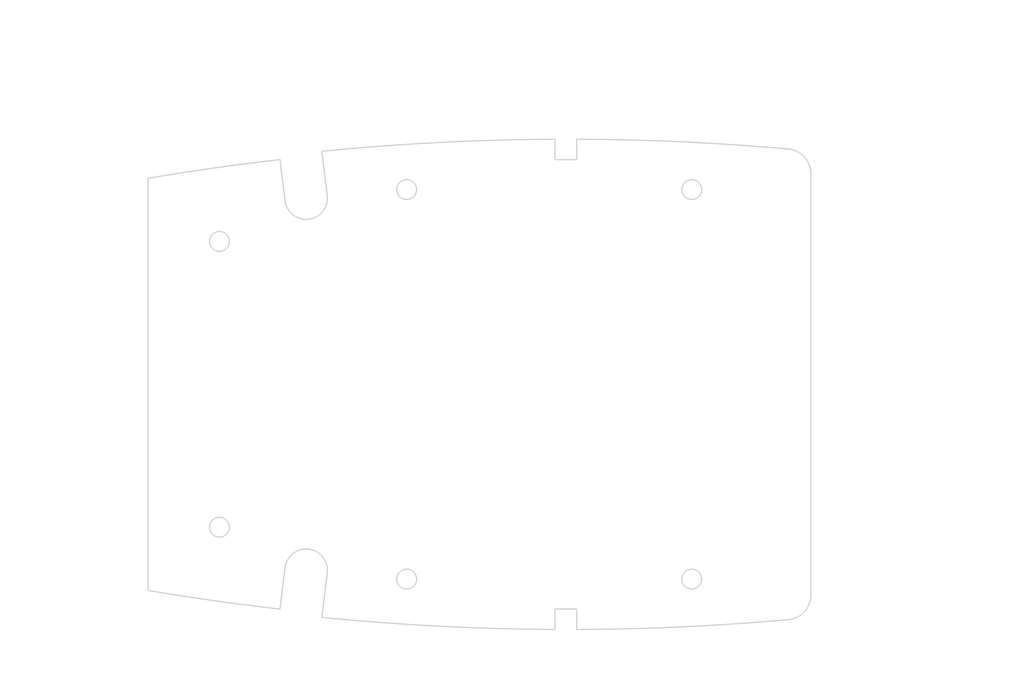
<source format=kicad_pcb>
(kicad_pcb (version 20171130) (host pcbnew "(5.1.0)-1")

  (general
    (thickness 1.6)
    (drawings 191)
    (tracks 0)
    (zones 0)
    (modules 0)
    (nets 1)
  )

  (page A4)
  (layers
    (0 F.Cu signal)
    (31 B.Cu signal)
    (32 B.Adhes user)
    (33 F.Adhes user)
    (34 B.Paste user)
    (35 F.Paste user)
    (36 B.SilkS user)
    (37 F.SilkS user)
    (38 B.Mask user)
    (39 F.Mask user)
    (40 Dwgs.User user)
    (41 Cmts.User user)
    (42 Eco1.User user)
    (43 Eco2.User user)
    (44 Edge.Cuts user)
    (45 Margin user)
    (46 B.CrtYd user)
    (47 F.CrtYd user)
    (48 B.Fab user)
    (49 F.Fab user)
  )

  (setup
    (last_trace_width 0.25)
    (trace_clearance 0.2)
    (zone_clearance 0.508)
    (zone_45_only no)
    (trace_min 0.2)
    (via_size 0.8)
    (via_drill 0.4)
    (via_min_size 0.4)
    (via_min_drill 0.3)
    (uvia_size 0.3)
    (uvia_drill 0.1)
    (uvias_allowed no)
    (uvia_min_size 0.2)
    (uvia_min_drill 0.1)
    (edge_width 0.05)
    (segment_width 0.2)
    (pcb_text_width 0.3)
    (pcb_text_size 1.5 1.5)
    (mod_edge_width 0.12)
    (mod_text_size 1 1)
    (mod_text_width 0.15)
    (pad_size 1.524 1.524)
    (pad_drill 0.762)
    (pad_to_mask_clearance 0.051)
    (solder_mask_min_width 0.25)
    (aux_axis_origin 0 0)
    (visible_elements FFFFFF7F)
    (pcbplotparams
      (layerselection 0x010fc_ffffffff)
      (usegerberextensions false)
      (usegerberattributes false)
      (usegerberadvancedattributes false)
      (creategerberjobfile false)
      (excludeedgelayer true)
      (linewidth 0.152400)
      (plotframeref false)
      (viasonmask false)
      (mode 1)
      (useauxorigin false)
      (hpglpennumber 1)
      (hpglpenspeed 20)
      (hpglpendiameter 15.000000)
      (psnegative false)
      (psa4output false)
      (plotreference true)
      (plotvalue true)
      (plotinvisibletext false)
      (padsonsilk false)
      (subtractmaskfromsilk false)
      (outputformat 1)
      (mirror false)
      (drillshape 1)
      (scaleselection 1)
      (outputdirectory ""))
  )

  (net 0 "")

  (net_class Default "This is the default net class."
    (clearance 0.2)
    (trace_width 0.25)
    (via_dia 0.8)
    (via_drill 0.4)
    (uvia_dia 0.3)
    (uvia_drill 0.1)
  )

  (gr_circle (center 129.511888 70.138779) (end 131.111888 70.138779) (layer Edge.Cuts) (width 0.2))
  (gr_circle (center 175.403876 70.138779) (end 177.003876 70.138779) (layer Edge.Cuts) (width 0.2))
  (gr_circle (center 99.368888 78.495279) (end 100.968888 78.495279) (layer Edge.Cuts) (width 0.2))
  (gr_circle (center 99.368888 124.530519) (end 100.968888 124.530519) (layer Edge.Cuts) (width 0.2))
  (gr_circle (center 175.403876 132.887019) (end 177.003876 132.887019) (layer Edge.Cuts) (width 0.2))
  (gr_circle (center 129.511888 132.887019) (end 131.111888 132.887019) (layer Edge.Cuts) (width 0.2))
  (gr_arc (start 155.375392 -258.993337) (end 156.882397 141.003824) (angle -4.884843395) (layer Edge.Cuts) (width 0.2))
  (gr_line (start 156.882397 141.003824) (end 156.882397 137.712899) (layer Edge.Cuts) (width 0.2))
  (gr_line (start 156.882397 137.712899) (end 153.382397 137.712899) (layer Edge.Cuts) (width 0.2))
  (gr_line (start 153.382397 137.712899) (end 153.382397 141.001698) (layer Edge.Cuts) (width 0.2))
  (gr_arc (start 155.375392 -258.993337) (end 115.847511 139.048805) (angle -5.385731129) (layer Edge.Cuts) (width 0.2))
  (gr_line (start 115.847511 139.048805) (end 116.72497 131.902472) (layer Edge.Cuts) (width 0.2))
  (gr_arc (start 113.329021 131.485502) (end 116.72497 131.902472) (angle -180) (layer Edge.Cuts) (width 0.2))
  (gr_line (start 109.933071 131.068532) (end 109.116547 137.718591) (layer Edge.Cuts) (width 0.2))
  (gr_arc (start 154.540451 -259.693876) (end 87.882397 134.712899) (angle -3.07225585) (layer Edge.Cuts) (width 0.2))
  (gr_line (start 153.382397 65.312899) (end 153.382397 62.0241) (layer Edge.Cuts) (width 0.2))
  (gr_line (start 156.882397 65.312899) (end 153.382397 65.312899) (layer Edge.Cuts) (width 0.2))
  (gr_line (start 156.882397 62.021974) (end 156.882397 65.312899) (layer Edge.Cuts) (width 0.2))
  (gr_line (start 87.882397 68.312899) (end 87.882397 134.712899) (layer Edge.Cuts) (width 0.2))
  (gr_arc (start 154.540451 462.719673) (end 109.116547 65.307207) (angle -3.07225585) (layer Edge.Cuts) (width 0.2))
  (gr_line (start 109.933071 71.957266) (end 109.116547 65.307207) (layer Edge.Cuts) (width 0.2))
  (gr_arc (start 113.329021 71.540296) (end 109.933071 71.957266) (angle -180) (layer Edge.Cuts) (width 0.2))
  (gr_line (start 115.847511 63.976993) (end 116.72497 71.123325) (layer Edge.Cuts) (width 0.2))
  (gr_arc (start 155.375392 462.019134) (end 153.382397 62.0241) (angle -5.385731129) (layer Edge.Cuts) (width 0.2))
  (gr_arc (start 155.375392 462.019134) (end 190.938023 63.603147) (angle -4.884843395) (layer Edge.Cuts) (width 0.2))
  (gr_line (start 194.582397 135.438491) (end 194.582397 67.587307) (layer Edge.Cuts) (width 0.2))
  (gr_arc (start 190.582397 135.438491) (end 190.938023 139.422651) (angle -84.89929348) (layer Edge.Cuts) (width 0.2))
  (gr_arc (start 190.582397 67.587307) (end 194.582397 67.587307) (angle -84.89929348) (layer Edge.Cuts) (width 0.2))
  (gr_line (start 99.368888 78.995279) (end 99.368888 80.595279) (layer Dwgs.User) (width 0.2))
  (gr_line (start 99.368888 78.495279) (end 99.368888 78.745279) (layer Dwgs.User) (width 0.2))
  (gr_line (start 99.368888 77.995279) (end 99.368888 76.395279) (layer Dwgs.User) (width 0.2))
  (gr_line (start 99.368888 78.495279) (end 99.368888 78.245279) (layer Dwgs.User) (width 0.2))
  (gr_line (start 98.868888 78.495279) (end 97.268888 78.495279) (layer Dwgs.User) (width 0.2))
  (gr_line (start 99.368888 78.495279) (end 99.118888 78.495279) (layer Dwgs.User) (width 0.2))
  (gr_line (start 99.868888 78.495279) (end 101.468888 78.495279) (layer Dwgs.User) (width 0.2))
  (gr_line (start 99.368888 78.495279) (end 99.618888 78.495279) (layer Dwgs.User) (width 0.2))
  (gr_line (start 129.511888 70.638779) (end 129.511888 72.238779) (layer Dwgs.User) (width 0.2))
  (gr_line (start 129.511888 70.138779) (end 129.511888 70.388779) (layer Dwgs.User) (width 0.2))
  (gr_line (start 129.511888 69.638779) (end 129.511888 68.038779) (layer Dwgs.User) (width 0.2))
  (gr_line (start 129.511888 70.138779) (end 129.511888 69.888779) (layer Dwgs.User) (width 0.2))
  (gr_line (start 129.011888 70.138779) (end 127.411888 70.138779) (layer Dwgs.User) (width 0.2))
  (gr_line (start 129.511888 70.138779) (end 129.261888 70.138779) (layer Dwgs.User) (width 0.2))
  (gr_line (start 130.011888 70.138779) (end 131.611888 70.138779) (layer Dwgs.User) (width 0.2))
  (gr_line (start 129.511888 70.138779) (end 129.761888 70.138779) (layer Dwgs.User) (width 0.2))
  (gr_line (start 175.403876 70.638779) (end 175.403876 72.238779) (layer Dwgs.User) (width 0.2))
  (gr_line (start 175.403876 70.138779) (end 175.403876 70.388779) (layer Dwgs.User) (width 0.2))
  (gr_line (start 175.403876 69.638779) (end 175.403876 68.038779) (layer Dwgs.User) (width 0.2))
  (gr_line (start 175.403876 70.138779) (end 175.403876 69.888779) (layer Dwgs.User) (width 0.2))
  (gr_line (start 174.903876 70.138779) (end 173.303876 70.138779) (layer Dwgs.User) (width 0.2))
  (gr_line (start 175.403876 70.138779) (end 175.153876 70.138779) (layer Dwgs.User) (width 0.2))
  (gr_line (start 175.903876 70.138779) (end 177.503876 70.138779) (layer Dwgs.User) (width 0.2))
  (gr_line (start 175.403876 70.138779) (end 175.653876 70.138779) (layer Dwgs.User) (width 0.2))
  (gr_line (start 175.403876 133.387019) (end 175.403876 134.987019) (layer Dwgs.User) (width 0.2))
  (gr_line (start 175.403876 132.887019) (end 175.403876 133.137019) (layer Dwgs.User) (width 0.2))
  (gr_line (start 175.403876 132.387019) (end 175.403876 130.787019) (layer Dwgs.User) (width 0.2))
  (gr_line (start 175.403876 132.887019) (end 175.403876 132.637019) (layer Dwgs.User) (width 0.2))
  (gr_line (start 174.903876 132.887019) (end 173.303876 132.887019) (layer Dwgs.User) (width 0.2))
  (gr_line (start 175.403876 132.887019) (end 175.153876 132.887019) (layer Dwgs.User) (width 0.2))
  (gr_line (start 175.903876 132.887019) (end 177.503876 132.887019) (layer Dwgs.User) (width 0.2))
  (gr_line (start 175.403876 132.887019) (end 175.653876 132.887019) (layer Dwgs.User) (width 0.2))
  (gr_line (start 129.511888 133.387019) (end 129.511888 134.987019) (layer Dwgs.User) (width 0.2))
  (gr_line (start 129.511888 132.887019) (end 129.511888 133.137019) (layer Dwgs.User) (width 0.2))
  (gr_line (start 129.511888 132.387019) (end 129.511888 130.787019) (layer Dwgs.User) (width 0.2))
  (gr_line (start 129.511888 132.887019) (end 129.511888 132.637019) (layer Dwgs.User) (width 0.2))
  (gr_line (start 129.011888 132.887019) (end 127.411888 132.887019) (layer Dwgs.User) (width 0.2))
  (gr_line (start 129.511888 132.887019) (end 129.261888 132.887019) (layer Dwgs.User) (width 0.2))
  (gr_line (start 130.011888 132.887019) (end 131.611888 132.887019) (layer Dwgs.User) (width 0.2))
  (gr_line (start 129.511888 132.887019) (end 129.761888 132.887019) (layer Dwgs.User) (width 0.2))
  (gr_line (start 99.368888 125.030519) (end 99.368888 126.630519) (layer Dwgs.User) (width 0.2))
  (gr_line (start 99.368888 124.530519) (end 99.368888 124.780519) (layer Dwgs.User) (width 0.2))
  (gr_line (start 99.368888 124.030519) (end 99.368888 122.430519) (layer Dwgs.User) (width 0.2))
  (gr_line (start 99.368888 124.530519) (end 99.368888 124.280519) (layer Dwgs.User) (width 0.2))
  (gr_line (start 98.868888 124.530519) (end 97.268888 124.530519) (layer Dwgs.User) (width 0.2))
  (gr_line (start 99.368888 124.530519) (end 99.118888 124.530519) (layer Dwgs.User) (width 0.2))
  (gr_line (start 99.868888 124.530519) (end 101.468888 124.530519) (layer Dwgs.User) (width 0.2))
  (gr_line (start 99.368888 124.530519) (end 99.618888 124.530519) (layer Dwgs.User) (width 0.2))
  (gr_text [2.09] (at 119.280751 103.594618) (layer Dwgs.User)
    (effects (font (size 2 1.8) (thickness 0.25)))
  )
  (gr_text " 53.10" (at 119.280751 99.691071) (layer Dwgs.User)
    (effects (font (size 2 1.8) (thickness 0.25)))
  )
  (gr_line (start 119.280751 126.06405) (end 119.280751 105.416446) (layer Dwgs.User) (width 0.2))
  (gr_line (start 119.280751 76.961748) (end 119.280751 97.609352) (layer Dwgs.User) (width 0.2))
  (gr_line (start 114.329021 128.06405) (end 122.455751 128.06405) (layer Dwgs.User) (width 0.2))
  (gr_line (start 114.329021 74.961748) (end 122.455751 74.961748) (layer Dwgs.User) (width 0.2))
  (gr_text [R15.75] (at 127.909309 57.681492) (layer Dwgs.User)
    (effects (font (size 2 1.8) (thickness 0.25)))
  )
  (gr_text " R400.00" (at 127.909309 53.778627) (layer Dwgs.User)
    (effects (font (size 2 1.8) (thickness 0.25)))
  )
  (gr_line (start 136.389797 55.599773) (end 136.616701 60.457046) (layer Dwgs.User) (width 0.2))
  (gr_line (start 134.312311 55.599773) (end 136.389797 55.599773) (layer Dwgs.User) (width 0.2))
  (gr_text [4.20] (at 141.232397 45.108488) (layer Dwgs.User)
    (effects (font (size 2 1.8) (thickness 0.25)))
  )
  (gr_text " 106.70" (at 141.232397 41.205623) (layer Dwgs.User)
    (effects (font (size 2 1.8) (thickness 0.25)))
  )
  (gr_line (start 89.882397 43.026769) (end 135.838263 43.026769) (layer Dwgs.User) (width 0.2))
  (gr_line (start 192.582397 43.026769) (end 146.626531 43.026769) (layer Dwgs.User) (width 0.2))
  (gr_line (start 87.882397 67.312899) (end 87.882397 39.851769) (layer Dwgs.User) (width 0.2))
  (gr_line (start 194.582397 66.587307) (end 194.582397 39.851769) (layer Dwgs.User) (width 0.2))
  (gr_text [.27] (at 105.057063 82.008835) (layer Dwgs.User)
    (effects (font (size 2 1.8) (thickness 0.25)))
  )
  (gr_text " 6.84" (at 105.057063 78.10597) (layer Dwgs.User)
    (effects (font (size 2 1.8) (thickness 0.25)))
  )
  (gr_line (start 110.881719 79.683377) (end 108.896626 79.927116) (layer Dwgs.User) (width 0.2))
  (gr_line (start 115.688525 79.093176) (end 112.866811 79.439639) (layer Dwgs.User) (width 0.2))
  (gr_line (start 110.054941 72.949812) (end 111.268654 82.834712) (layer Dwgs.User) (width 0.2))
  (gr_line (start 116.846839 72.115872) (end 118.060552 82.000771) (layer Dwgs.User) (width 0.2))
  (gr_text [.14] (at 164.722643 60.313276) (layer Dwgs.User)
    (effects (font (size 2 1.8) (thickness 0.25)))
  )
  (gr_text " 3.50" (at 164.722643 56.409729) (layer Dwgs.User)
    (effects (font (size 2 1.8) (thickness 0.25)))
  )
  (gr_line (start 158.882397 58.231557) (end 160.882397 58.231557) (layer Dwgs.User) (width 0.2))
  (gr_line (start 151.382397 58.231557) (end 149.382397 58.231557) (layer Dwgs.User) (width 0.2))
  (gr_line (start 156.882397 61.021974) (end 156.882397 55.056557) (layer Dwgs.User) (width 0.2))
  (gr_line (start 153.382397 61.0241) (end 153.382397 55.056557) (layer Dwgs.User) (width 0.2))
  (gr_text [2.47] (at 136.270555 103.594618) (layer Dwgs.User)
    (effects (font (size 2 1.8) (thickness 0.25)))
  )
  (gr_text " 62.75" (at 136.270555 99.691753) (layer Dwgs.User)
    (effects (font (size 2 1.8) (thickness 0.25)))
  )
  (gr_line (start 136.270555 130.887019) (end 136.270555 105.415764) (layer Dwgs.User) (width 0.2))
  (gr_line (start 136.270555 72.138779) (end 136.270555 97.610034) (layer Dwgs.User) (width 0.2))
  (gr_line (start 130.511888 132.887019) (end 139.445555 132.887019) (layer Dwgs.User) (width 0.2))
  (gr_line (start 130.511888 70.138779) (end 139.445555 70.138779) (layer Dwgs.User) (width 0.2))
  (gr_text [.45] (at 80.2404 148.782148) (layer Dwgs.User)
    (effects (font (size 2 1.8) (thickness 0.25)))
  )
  (gr_text " 11.49" (at 80.2404 144.883376) (layer Dwgs.User)
    (effects (font (size 2 1.8) (thickness 0.25)))
  )
  (gr_line (start 87.882397 146.704522) (end 84.863047 146.704522) (layer Dwgs.User) (width 0.2))
  (gr_line (start 97.368888 146.704522) (end 89.882397 146.704522) (layer Dwgs.User) (width 0.2))
  (gr_line (start 99.368888 125.530519) (end 99.368888 149.879522) (layer Dwgs.User) (width 0.2))
  (gr_line (start 87.882397 135.712899) (end 87.882397 149.879522) (layer Dwgs.User) (width 0.2))
  (gr_text [1.00] (at 100.605709 52.664637) (layer Dwgs.User)
    (effects (font (size 2 1.8) (thickness 0.25)))
  )
  (gr_text " 25.45" (at 100.605709 48.761772) (layer Dwgs.User)
    (effects (font (size 2 1.8) (thickness 0.25)))
  )
  (gr_line (start 89.882397 50.582918) (end 95.977605 50.582918) (layer Dwgs.User) (width 0.2))
  (gr_line (start 111.329021 50.582918) (end 105.233813 50.582918) (layer Dwgs.User) (width 0.2))
  (gr_line (start 87.882397 67.312899) (end 87.882397 47.407918) (layer Dwgs.User) (width 0.2))
  (gr_line (start 113.329021 70.540296) (end 113.329021 47.407918) (layer Dwgs.User) (width 0.2))
  (gr_text [2.85] (at 159.969322 103.594618) (layer Dwgs.User)
    (effects (font (size 2 1.8) (thickness 0.25)))
  )
  (gr_text " 72.40" (at 159.969322 99.691753) (layer Dwgs.User)
    (effects (font (size 2 1.8) (thickness 0.25)))
  )
  (gr_line (start 159.969322 135.712899) (end 159.969322 105.415764) (layer Dwgs.User) (width 0.2))
  (gr_line (start 159.969322 67.312899) (end 159.969322 97.610034) (layer Dwgs.User) (width 0.2))
  (gr_line (start 157.882397 137.712899) (end 163.144322 137.712899) (layer Dwgs.User) (width 0.2))
  (gr_line (start 157.882397 65.312899) (end 163.144322 65.312899) (layer Dwgs.User) (width 0.2))
  (gr_text [2.36] (at 74.068654 101.468168) (layer Dwgs.User)
    (effects (font (size 2 1.8) (thickness 0.25)))
  )
  (gr_text " 59.95" (at 74.068654 97.565303) (layer Dwgs.User)
    (effects (font (size 2 1.8) (thickness 0.25)))
  )
  (gr_line (start 74.068654 129.485502) (end 74.068654 103.289314) (layer Dwgs.User) (width 0.2))
  (gr_line (start 74.068654 73.540296) (end 74.068654 95.483584) (layer Dwgs.User) (width 0.2))
  (gr_line (start 112.329021 131.485502) (end 70.893654 131.485502) (layer Dwgs.User) (width 0.2))
  (gr_line (start 112.329021 71.540296) (end 70.893654 71.540296) (layer Dwgs.User) (width 0.2))
  (gr_text [3.11] (at 151.158997 103.594618) (layer Dwgs.User)
    (effects (font (size 2 1.8) (thickness 0.25)))
  )
  (gr_text " 78.98" (at 151.158997 99.691753) (layer Dwgs.User)
    (effects (font (size 2 1.8) (thickness 0.25)))
  )
  (gr_line (start 151.158997 139.001698) (end 151.158997 105.415764) (layer Dwgs.User) (width 0.2))
  (gr_line (start 151.158997 64.0241) (end 151.158997 97.610034) (layer Dwgs.User) (width 0.2))
  (gr_line (start 152.382397 141.001698) (end 147.983997 141.001698) (layer Dwgs.User) (width 0.2))
  (gr_line (start 152.382397 62.0241) (end 147.983997 62.0241) (layer Dwgs.User) (width 0.2))
  (gr_text [.45] (at 80.2404 61.089657) (layer Dwgs.User)
    (effects (font (size 2 1.8) (thickness 0.25)))
  )
  (gr_text " 11.49" (at 80.2404 57.190885) (layer Dwgs.User)
    (effects (font (size 2 1.8) (thickness 0.25)))
  )
  (gr_line (start 87.882397 59.012031) (end 84.863047 59.012031) (layer Dwgs.User) (width 0.2))
  (gr_line (start 97.368888 59.012031) (end 89.882397 59.012031) (layer Dwgs.User) (width 0.2))
  (gr_line (start 99.368888 77.495279) (end 99.368888 55.837031) (layer Dwgs.User) (width 0.2))
  (gr_line (start 87.882397 67.312899) (end 87.882397 55.837031) (layer Dwgs.User) (width 0.2))
  (gr_text [2.61] (at 68.782459 91.556552) (layer Dwgs.User)
    (effects (font (size 2 1.8) (thickness 0.25)))
  )
  (gr_text " 66.40" (at 68.782459 87.653687) (layer Dwgs.User)
    (effects (font (size 2 1.8) (thickness 0.25)))
  )
  (gr_line (start 68.782459 70.312899) (end 68.782459 85.571968) (layer Dwgs.User) (width 0.2))
  (gr_line (start 68.782459 132.712899) (end 68.782459 93.377698) (layer Dwgs.User) (width 0.2))
  (gr_line (start 86.882397 68.312899) (end 65.607459 68.312899) (layer Dwgs.User) (width 0.2))
  (gr_line (start 86.882397 134.712899) (end 65.607459 134.712899) (layer Dwgs.User) (width 0.2))
  (gr_text [1.81] (at 79.795365 93.098359) (layer Dwgs.User)
    (effects (font (size 2 1.8) (thickness 0.25)))
  )
  (gr_text " 46.04" (at 79.795365 89.195494) (layer Dwgs.User)
    (effects (font (size 2 1.8) (thickness 0.25)))
  )
  (gr_line (start 79.795365 122.530519) (end 79.795365 94.919505) (layer Dwgs.User) (width 0.2))
  (gr_line (start 79.795365 80.495279) (end 79.795365 87.113775) (layer Dwgs.User) (width 0.2))
  (gr_line (start 98.368888 124.530519) (end 76.620365 124.530519) (layer Dwgs.User) (width 0.2))
  (gr_line (start 98.368888 78.495279) (end 76.620365 78.495279) (layer Dwgs.User) (width 0.2))
  (gr_text [1.19] (at 114.440388 150.441751) (layer Dwgs.User)
    (effects (font (size 2 1.8) (thickness 0.25)))
  )
  (gr_text " 30.14" (at 114.440388 146.538204) (layer Dwgs.User)
    (effects (font (size 2 1.8) (thickness 0.25)))
  )
  (gr_line (start 127.511888 148.360032) (end 119.056896 148.360032) (layer Dwgs.User) (width 0.2))
  (gr_line (start 101.368888 148.360032) (end 109.823881 148.360032) (layer Dwgs.User) (width 0.2))
  (gr_line (start 129.511888 133.887019) (end 129.511888 151.535032) (layer Dwgs.User) (width 0.2))
  (gr_line (start 99.368888 125.530519) (end 99.368888 151.535032) (layer Dwgs.User) (width 0.2))
  (gr_text [1.81] (at 152.457882 150.441751) (layer Dwgs.User)
    (effects (font (size 2 1.8) (thickness 0.25)))
  )
  (gr_text " 45.89" (at 152.457882 146.538886) (layer Dwgs.User)
    (effects (font (size 2 1.8) (thickness 0.25)))
  )
  (gr_line (start 173.403876 148.360032) (end 157.080529 148.360032) (layer Dwgs.User) (width 0.2))
  (gr_line (start 131.511888 148.360032) (end 147.835235 148.360032) (layer Dwgs.User) (width 0.2))
  (gr_line (start 175.403876 133.887019) (end 175.403876 151.535032) (layer Dwgs.User) (width 0.2))
  (gr_line (start 129.511888 133.887019) (end 129.511888 151.535032) (layer Dwgs.User) (width 0.2))
  (gr_text [2.99] (at 224.177403 94.631882) (layer Dwgs.User)
    (effects (font (size 2 1.8) (thickness 0.25)))
  )
  (gr_text " 75.82" (at 224.177403 90.729017) (layer Dwgs.User)
    (effects (font (size 2 1.8) (thickness 0.25)))
  )
  (gr_line (start 224.177403 137.422651) (end 224.177403 96.453028) (layer Dwgs.User) (width 0.2))
  (gr_line (start 224.177403 65.603147) (end 224.177403 88.647298) (layer Dwgs.User) (width 0.2))
  (gr_line (start 191.938023 139.422651) (end 227.352403 139.422651) (layer Dwgs.User) (width 0.2))
  (gr_line (start 191.938023 63.603147) (end 227.352403 63.603147) (layer Dwgs.User) (width 0.2))
  (gr_line (start 175.403876 70.228779) (end 175.403876 70.048779) (layer Dwgs.User) (width 0.2))
  (gr_line (start 175.313876 70.138779) (end 175.493876 70.138779) (layer Dwgs.User) (width 0.2))
  (gr_text "6 X ∅3.20\n[∅0.13]" (at 176.276 51.308) (layer Dwgs.User)
    (effects (font (size 2 1.8) (thickness 0.25)))
  )
  (gr_line (start 179.779713 55.306836) (end 176.422567 66.685915) (layer Dwgs.User) (width 0.2))
  (gr_line (start 176.129077 55.306836) (end 179.779713 55.306836) (layer Dwgs.User) (width 0.2))
  (gr_text [2.47] (at 199.566718 103.594618) (layer Dwgs.User)
    (effects (font (size 2 1.8) (thickness 0.25)))
  )
  (gr_text " 62.75" (at 199.566718 99.691753) (layer Dwgs.User)
    (effects (font (size 2 1.8) (thickness 0.25)))
  )
  (gr_line (start 199.566718 130.887019) (end 199.566718 105.415764) (layer Dwgs.User) (width 0.2))
  (gr_line (start 199.566718 72.138779) (end 199.566718 97.610034) (layer Dwgs.User) (width 0.2))
  (gr_line (start 176.403876 132.887019) (end 202.741718 132.887019) (layer Dwgs.User) (width 0.2))
  (gr_line (start 176.403876 70.138779) (end 202.741718 70.138779) (layer Dwgs.User) (width 0.2))
  (gr_text [R0.16] (at 206.519965 147.284886) (layer Dwgs.User)
    (effects (font (size 2 1.8) (thickness 0.25)))
  )
  (gr_text " R4.00" (at 206.519965 143.382021) (layer Dwgs.User)
    (effects (font (size 2 1.8) (thickness 0.25)))
  )
  (gr_line (start 199.401411 145.203167) (end 194.603941 139.891264) (layer Dwgs.User) (width 0.2))
  (gr_line (start 201.401411 145.203167) (end 199.401411 145.203167) (layer Dwgs.User) (width 0.2))

)

</source>
